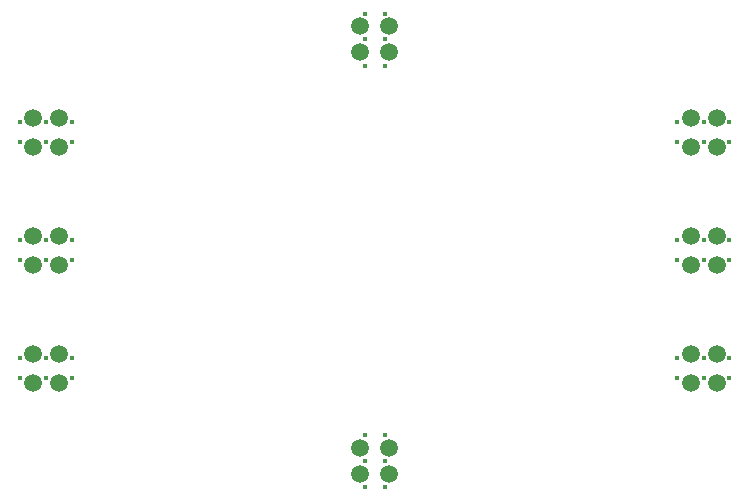
<source format=gbr>
%TF.GenerationSoftware,KiCad,Pcbnew,9.0.0-rc1*%
%TF.CreationDate,2025-01-29T12:40:29+01:00*%
%TF.ProjectId,Cinclidae,43696e63-6c69-4646-9165-2e6b69636164,rev?*%
%TF.SameCoordinates,PX8eb7a50PY5ee3fe0*%
%TF.FileFunction,Soldermask,Bot*%
%TF.FilePolarity,Negative*%
%FSLAX46Y46*%
G04 Gerber Fmt 4.6, Leading zero omitted, Abs format (unit mm)*
G04 Created by KiCad (PCBNEW 9.0.0-rc1) date 2025-01-29 12:40:29*
%MOMM*%
%LPD*%
G01*
G04 APERTURE LIST*
%ADD10C,1.500000*%
%ADD11C,0.400000*%
G04 APERTURE END LIST*
D10*
%TO.C,ISO1*%
X-26742600Y-8780800D03*
X-28952400Y-8780800D03*
D11*
X-25625000Y-9161800D03*
X-27860200Y-9161800D03*
X-30019200Y-9161800D03*
X-25625000Y-10838200D03*
X-27860200Y-10838200D03*
X-30019200Y-10838200D03*
D10*
X-26742600Y-11219200D03*
X-28952400Y-11219200D03*
%TD*%
%TO.C,PROBE1*%
X-26742600Y11219200D03*
X-28952400Y11219200D03*
D11*
X-25625000Y10838200D03*
X-27860200Y10838200D03*
X-30019200Y10838200D03*
X-25625000Y9161800D03*
X-27860200Y9161800D03*
X-30019200Y9161800D03*
D10*
X-26742600Y8780800D03*
X-28952400Y8780800D03*
%TD*%
%TO.C,ISO2*%
X26742600Y-11219200D03*
X28952400Y-11219200D03*
D11*
X25625000Y-10838200D03*
X27860200Y-10838200D03*
X30019200Y-10838200D03*
X25625000Y-9161800D03*
X27860200Y-9161800D03*
X30019200Y-9161800D03*
D10*
X26742600Y-8780800D03*
X28952400Y-8780800D03*
%TD*%
%TO.C,PROBE2*%
X26742600Y8780800D03*
X28952400Y8780800D03*
D11*
X25625000Y9161800D03*
X27860200Y9161800D03*
X30019200Y9161800D03*
X25625000Y10838200D03*
X27860200Y10838200D03*
X30019200Y10838200D03*
D10*
X26742600Y11219200D03*
X28952400Y11219200D03*
%TD*%
%TO.C,MEAS2*%
X26742600Y-1219200D03*
X28952400Y-1219200D03*
D11*
X25625000Y-838200D03*
X27860200Y-838200D03*
X30019200Y-838200D03*
X25625000Y838200D03*
X27860200Y838200D03*
X30019200Y838200D03*
D10*
X26742600Y1219200D03*
X28952400Y1219200D03*
%TD*%
%TO.C,DM*%
X-1219200Y-16742600D03*
X-1219200Y-18952400D03*
D11*
X-838200Y-15625000D03*
X-838200Y-17860200D03*
X-838200Y-20019200D03*
X838200Y-15625000D03*
X838200Y-17860200D03*
X838200Y-20019200D03*
D10*
X1219200Y-16742600D03*
X1219200Y-18952400D03*
%TD*%
%TO.C,CM*%
X1219200Y16742600D03*
X1219200Y18952400D03*
D11*
X838200Y15625000D03*
X838200Y17860200D03*
X838200Y20019200D03*
X-838200Y15625000D03*
X-838200Y17860200D03*
X-838200Y20019200D03*
D10*
X-1219200Y16742600D03*
X-1219200Y18952400D03*
%TD*%
%TO.C,MEAS1*%
X-26742600Y1219200D03*
X-28952400Y1219200D03*
D11*
X-25625000Y838200D03*
X-27860200Y838200D03*
X-30019200Y838200D03*
X-25625000Y-838200D03*
X-27860200Y-838200D03*
X-30019200Y-838200D03*
D10*
X-26742600Y-1219200D03*
X-28952400Y-1219200D03*
%TD*%
M02*

</source>
